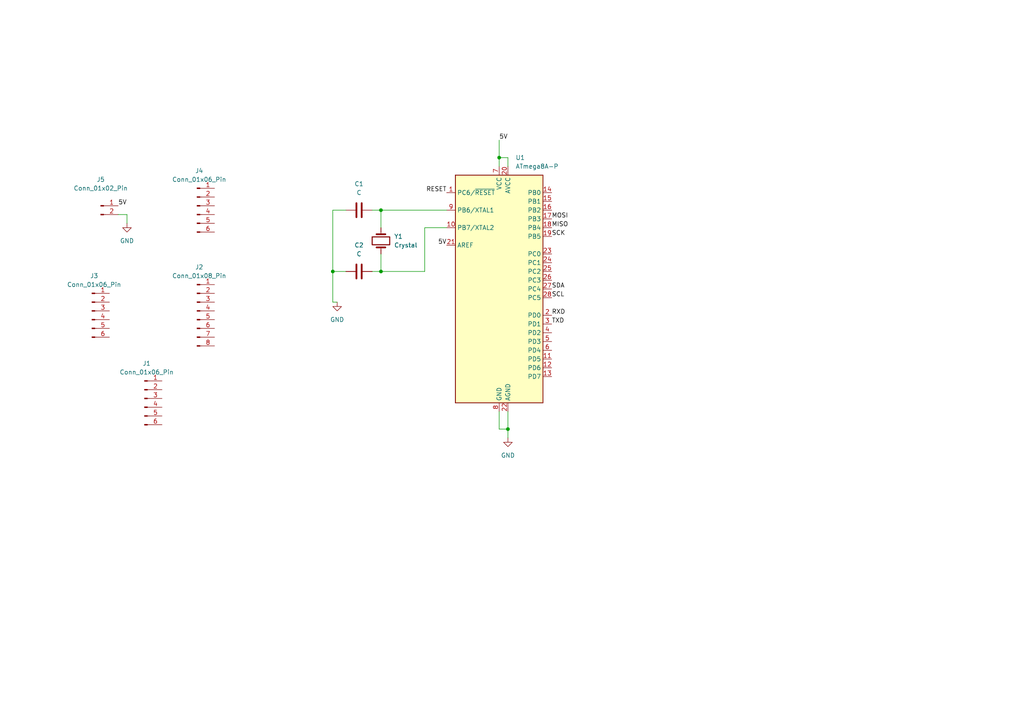
<source format=kicad_sch>
(kicad_sch (version 20230121) (generator eeschema)
  (paper "A4")
  (lib_symbols
    (symbol "Connector:Conn_01x02_Pin" (pin_names (offset 1.016) hide)
      (property "Reference" "J" (at 0 2.54 0))
      (property "Value" "Conn_01x02_Pin" (at 0 -5.08 0))
      (symbol "Conn_01x02_Pin_1_1"
        (polyline (pts (xy 1.27 -2.54) (xy 0.8636 -2.54)) (stroke (width 0.1524)))
        (polyline (pts (xy 1.27 0) (xy 0.8636 0)) (stroke (width 0.1524)))
        (rectangle (start 0.8636 -2.413) (end 0 -2.667) (stroke (width 0.1524)) (fill (type outline)))
        (rectangle (start 0.8636 0.127) (end 0 -0.127) (stroke (width 0.1524)) (fill (type outline)))
        (pin passive line (at 5.08 0 180) (length 3.81) (name "Pin_1") (number "1"))
        (pin passive line (at 5.08 -2.54 180) (length 3.81) (name "Pin_2") (number "2"))
      )
    )
    (symbol "Connector:Conn_01x06_Pin" (pin_names (offset 1.016) hide)
      (property "Reference" "J" (at 0 7.62 0))
      (property "Value" "Conn_01x06_Pin" (at 0 -10.16 0))
      (symbol "Conn_01x06_Pin_1_1"
        (polyline (pts (xy 1.27 -7.62) (xy 0.8636 -7.62)) (stroke (width 0.1524)))
        (polyline (pts (xy 1.27 -5.08) (xy 0.8636 -5.08)) (stroke (width 0.1524)))
        (polyline (pts (xy 1.27 -2.54) (xy 0.8636 -2.54)) (stroke (width 0.1524)))
        (polyline (pts (xy 1.27 0) (xy 0.8636 0)) (stroke (width 0.1524)))
        (polyline (pts (xy 1.27 2.54) (xy 0.8636 2.54)) (stroke (width 0.1524)))
        (polyline (pts (xy 1.27 5.08) (xy 0.8636 5.08)) (stroke (width 0.1524)))
        (rectangle (start 0.8636 -7.493) (end 0 -7.747) (stroke (width 0.1524)) (fill (type outline)))
        (rectangle (start 0.8636 -4.953) (end 0 -5.207) (stroke (width 0.1524)) (fill (type outline)))
        (rectangle (start 0.8636 -2.413) (end 0 -2.667) (stroke (width 0.1524)) (fill (type outline)))
        (rectangle (start 0.8636 0.127) (end 0 -0.127) (stroke (width 0.1524)) (fill (type outline)))
        (rectangle (start 0.8636 2.667) (end 0 2.413) (stroke (width 0.1524)) (fill (type outline)))
        (rectangle (start 0.8636 5.207) (end 0 4.953) (stroke (width 0.1524)) (fill (type outline)))
        (pin passive line (at 5.08 5.08 180) (length 3.81) (name "Pin_1") (number "1"))
        (pin passive line (at 5.08 2.54 180) (length 3.81) (name "Pin_2") (number "2"))
        (pin passive line (at 5.08 0 180) (length 3.81) (name "Pin_3") (number "3"))
        (pin passive line (at 5.08 -2.54 180) (length 3.81) (name "Pin_4") (number "4"))
        (pin passive line (at 5.08 -5.08 180) (length 3.81) (name "Pin_5") (number "5"))
        (pin passive line (at 5.08 -7.62 180) (length 3.81) (name "Pin_6") (number "6"))
      )
    )
    (symbol "Connector:Conn_01x08_Pin" (pin_names (offset 1.016) hide)
      (property "Reference" "J" (at 0 10.16 0))
      (property "Value" "Conn_01x08_Pin" (at 0 -12.7 0))
      (symbol "Conn_01x08_Pin_1_1"
        (polyline (pts (xy 1.27 -10.16) (xy 0.8636 -10.16)) (stroke (width 0.1524)))
        (polyline (pts (xy 1.27 -7.62) (xy 0.8636 -7.62)) (stroke (width 0.1524)))
        (polyline (pts (xy 1.27 -5.08) (xy 0.8636 -5.08)) (stroke (width 0.1524)))
        (polyline (pts (xy 1.27 -2.54) (xy 0.8636 -2.54)) (stroke (width 0.1524)))
        (polyline (pts (xy 1.27 0) (xy 0.8636 0)) (stroke (width 0.1524)))
        (polyline (pts (xy 1.27 2.54) (xy 0.8636 2.54)) (stroke (width 0.1524)))
        (polyline (pts (xy 1.27 5.08) (xy 0.8636 5.08)) (stroke (width 0.1524)))
        (polyline (pts (xy 1.27 7.62) (xy 0.8636 7.62)) (stroke (width 0.1524)))
        (rectangle (start 0.8636 -10.033) (end 0 -10.287) (stroke (width 0.1524)) (fill (type outline)))
        (rectangle (start 0.8636 -7.493) (end 0 -7.747) (stroke (width 0.1524)) (fill (type outline)))
        (rectangle (start 0.8636 -4.953) (end 0 -5.207) (stroke (width 0.1524)) (fill (type outline)))
        (rectangle (start 0.8636 -2.413) (end 0 -2.667) (stroke (width 0.1524)) (fill (type outline)))
        (rectangle (start 0.8636 0.127) (end 0 -0.127) (stroke (width 0.1524)) (fill (type outline)))
        (rectangle (start 0.8636 2.667) (end 0 2.413) (stroke (width 0.1524)) (fill (type outline)))
        (rectangle (start 0.8636 5.207) (end 0 4.953) (stroke (width 0.1524)) (fill (type outline)))
        (rectangle (start 0.8636 7.747) (end 0 7.493) (stroke (width 0.1524)) (fill (type outline)))
        (pin passive line (at 5.08 7.62 180) (length 3.81) (name "Pin_1") (number "1"))
        (pin passive line (at 5.08 5.08 180) (length 3.81) (name "Pin_2") (number "2"))
        (pin passive line (at 5.08 2.54 180) (length 3.81) (name "Pin_3") (number "3"))
        (pin passive line (at 5.08 0 180) (length 3.81) (name "Pin_4") (number "4"))
        (pin passive line (at 5.08 -2.54 180) (length 3.81) (name "Pin_5") (number "5"))
        (pin passive line (at 5.08 -5.08 180) (length 3.81) (name "Pin_6") (number "6"))
        (pin passive line (at 5.08 -7.62 180) (length 3.81) (name "Pin_7") (number "7"))
        (pin passive line (at 5.08 -10.16 180) (length 3.81) (name "Pin_8") (number "8"))
      )
    )
    (symbol "Device:C" (pin_numbers hide) (pin_names (offset 0.254))
      (property "Reference" "C" (at 0.635 2.54 0))
      (property "Value" "C" (at 0.635 -2.54 0))
      (symbol "C_0_1"
        (polyline (pts (xy -2.032 -0.762) (xy 2.032 -0.762)) (stroke (width 0.508)))
        (polyline (pts (xy -2.032 0.762) (xy 2.032 0.762)) (stroke (width 0.508)))
      )
      (symbol "C_1_1"
        (pin passive line (at 0 3.81 270) (length 2.794) (name "~") (number "1"))
        (pin passive line (at 0 -3.81 90) (length 2.794) (name "~") (number "2"))
      )
    )
    (symbol "Device:Crystal" (pin_numbers hide) (pin_names (offset 1.016) hide)
      (property "Reference" "Y" (at 0 3.81 0))
      (property "Value" "Crystal" (at 0 -3.81 0))
      (symbol "Crystal_0_1"
        (rectangle (start -1.143 2.54) (end 1.143 -2.54) (stroke (width 0.3048)))
        (polyline (pts (xy -2.54 0) (xy -1.905 0)))
        (polyline (pts (xy -1.905 -1.27) (xy -1.905 1.27)) (stroke (width 0.508)))
        (polyline (pts (xy 1.905 -1.27) (xy 1.905 1.27)) (stroke (width 0.508)))
        (polyline (pts (xy 2.54 0) (xy 1.905 0)))
      )
      (symbol "Crystal_1_1"
        (pin passive line (at -3.81 0 0) (length 1.27) (name "1") (number "1"))
        (pin passive line (at 3.81 0 180) (length 1.27) (name "2") (number "2"))
      )
    )
    (symbol "MCU_Microchip_ATmega:ATmega8A-P"
      (property "Reference" "U" (at -12.7 34.29 0))
      (property "Value" "ATmega8A-P" (at 5.08 -34.29 0))
      (symbol "ATmega8A-P_0_1"
        (rectangle (start -12.7 -33.02) (end 12.7 33.02) (stroke (width 0.254)) (fill (type background)))
      )
      (symbol "ATmega8A-P_1_1"
        (pin bidirectional line (at -15.24 27.94 0) (length 2.54) (name "PC6/~{RESET}") (number "1"))
        (pin bidirectional line (at -15.24 17.78 0) (length 2.54) (name "PB7/XTAL2") (number "10"))
        (pin bidirectional line (at 15.24 -20.32 180) (length 2.54) (name "PD5") (number "11"))
        (pin bidirectional line (at 15.24 -22.86 180) (length 2.54) (name "PD6") (number "12"))
        (pin bidirectional line (at 15.24 -25.4 180) (length 2.54) (name "PD7") (number "13"))
        (pin bidirectional line (at 15.24 27.94 180) (length 2.54) (name "PB0") (number "14"))
        (pin bidirectional line (at 15.24 25.4 180) (length 2.54) (name "PB1") (number "15"))
        (pin bidirectional line (at 15.24 22.86 180) (length 2.54) (name "PB2") (number "16"))
        (pin bidirectional line (at 15.24 20.32 180) (length 2.54) (name "PB3") (number "17"))
        (pin bidirectional line (at 15.24 17.78 180) (length 2.54) (name "PB4") (number "18"))
        (pin bidirectional line (at 15.24 15.24 180) (length 2.54) (name "PB5") (number "19"))
        (pin bidirectional line (at 15.24 -7.62 180) (length 2.54) (name "PD0") (number "2"))
        (pin power_in line (at 2.54 35.56 270) (length 2.54) (name "AVCC") (number "20"))
        (pin passive line (at -15.24 12.7 0) (length 2.54) (name "AREF") (number "21"))
        (pin power_in line (at 2.54 -35.56 90) (length 2.54) (name "AGND") (number "22"))
        (pin bidirectional line (at 15.24 10.16 180) (length 2.54) (name "PC0") (number "23"))
        (pin bidirectional line (at 15.24 7.62 180) (length 2.54) (name "PC1") (number "24"))
        (pin bidirectional line (at 15.24 5.08 180) (length 2.54) (name "PC2") (number "25"))
        (pin bidirectional line (at 15.24 2.54 180) (length 2.54) (name "PC3") (number "26"))
        (pin bidirectional line (at 15.24 0 180) (length 2.54) (name "PC4") (number "27"))
        (pin bidirectional line (at 15.24 -2.54 180) (length 2.54) (name "PC5") (number "28"))
        (pin bidirectional line (at 15.24 -10.16 180) (length 2.54) (name "PD1") (number "3"))
        (pin bidirectional line (at 15.24 -12.7 180) (length 2.54) (name "PD2") (number "4"))
        (pin bidirectional line (at 15.24 -15.24 180) (length 2.54) (name "PD3") (number "5"))
        (pin bidirectional line (at 15.24 -17.78 180) (length 2.54) (name "PD4") (number "6"))
        (pin power_in line (at 0 35.56 270) (length 2.54) (name "VCC") (number "7"))
        (pin power_in line (at 0 -35.56 90) (length 2.54) (name "GND") (number "8"))
        (pin bidirectional line (at -15.24 22.86 0) (length 2.54) (name "PB6/XTAL1") (number "9"))
      )
    )
    (symbol "power:GND" (power) (pin_names (offset 0))
      (property "Value" "GND" (at 0 -3.81 0))
      (symbol "GND_0_1"
        (polyline (pts (xy 0 0) (xy 0 -1.27) (xy 1.27 -1.27) (xy 0 -2.54) (xy -1.27 -1.27) (xy 0 -1.27)))
      )
      (symbol "GND_1_1"
        (pin power_in line (at 0 0 270) (length 0) hide (name "GND") (number "1"))
      )
    )
  )
  (junction (at 147.32 124.46))
  (junction (at 144.78 45.72))
  (junction (at 110.49 60.96))
  (junction (at 110.49 78.74))
  (junction (at 96.52 78.74))
  (wire (pts (xy 34.29 62.23) (xy 36.83 62.23)))
  (wire (pts (xy 110.49 60.96) (xy 110.49 66.04)))
  (wire (pts (xy 144.78 124.46) (xy 147.32 124.46)))
  (wire (pts (xy 110.49 78.74) (xy 107.95 78.74)))
  (wire (pts (xy 123.19 78.74) (xy 110.49 78.74)))
  (wire (pts (xy 96.52 87.63) (xy 97.79 87.63)))
  (wire (pts (xy 144.78 40.64) (xy 144.78 45.72)))
  (wire (pts (xy 110.49 73.66) (xy 110.49 78.74)))
  (wire (pts (xy 129.54 66.04) (xy 123.19 66.04)))
  (wire (pts (xy 144.78 119.38) (xy 144.78 124.46)))
  (wire (pts (xy 100.33 60.96) (xy 96.52 60.96)))
  (wire (pts (xy 36.83 62.23) (xy 36.83 64.77)))
  (wire (pts (xy 96.52 78.74) (xy 100.33 78.74)))
  (wire (pts (xy 147.32 124.46) (xy 147.32 127)))
  (wire (pts (xy 110.49 60.96) (xy 129.54 60.96)))
  (wire (pts (xy 96.52 60.96) (xy 96.52 78.74)))
  (wire (pts (xy 147.32 48.26) (xy 147.32 45.72)))
  (wire (pts (xy 147.32 119.38) (xy 147.32 124.46)))
  (wire (pts (xy 144.78 45.72) (xy 144.78 48.26)))
  (wire (pts (xy 107.95 60.96) (xy 110.49 60.96)))
  (wire (pts (xy 147.32 45.72) (xy 144.78 45.72)))
  (wire (pts (xy 96.52 78.74) (xy 96.52 87.63)))
  (wire (pts (xy 123.19 66.04) (xy 123.19 78.74)))
  (label "RXD" (at 160.02 91.44 0))
  (label "5V" (at 129.54 71.12 180))
  (label "TXD" (at 160.02 93.98 0))
  (label "SCK" (at 160.02 68.58 0))
  (label "SCL" (at 160.02 86.36 0))
  (label "SDA" (at 160.02 83.82 0))
  (label "RESET" (at 129.54 55.88 180))
  (label "MOSI" (at 160.02 63.5 0))
  (label "5V" (at 144.78 40.64 0))
  (label "MISO" (at 160.02 66.04 0))
  (label "5V" (at 34.29 59.69 0))
  (symbol (lib_id "power:GND") (at 97.79 87.63 0) (unit 1)
    (property "Reference" "#PWR03" (effects hide))
    (property "Value" "GND" (at 97.79 92.71 0))
  )
  (symbol (lib_id "Connector:Conn_01x06_Pin") (at 26.67 90.17 0) (unit 1)
    (property "Reference" "J3" (at 27.305 80.01 0))
    (property "Value" "Conn_01x06_Pin" (at 27.305 82.55 0))
  )
  (symbol (lib_id "Connector:Conn_01x08_Pin") (at 57.15 90.17 0) (unit 1)
    (property "Reference" "J2" (at 57.785 77.47 0))
    (property "Value" "Conn_01x08_Pin" (at 57.785 80.01 0))
  )
  (symbol (lib_id "Device:Crystal") (at 110.49 69.85 90) (unit 1)
    (property "Reference" "Y1" (at 114.3 68.58 90) (effects (justify right)))
    (property "Value" "Crystal" (at 114.3 71.12 90) (effects (justify right)))
  )
  (symbol (lib_id "Connector:Conn_01x02_Pin") (at 29.21 59.69 0) (unit 1)
    (property "Reference" "J5" (at 29.21 52.07 0))
    (property "Value" "Conn_01x02_Pin" (at 29.21 54.61 0))
  )
  (symbol (lib_id "Device:C") (at 104.14 60.96 90) (unit 1)
    (property "Reference" "C1" (at 104.14 53.34 90))
    (property "Value" "C" (at 104.14 55.88 90))
  )
  (symbol (lib_id "MCU_Microchip_ATmega:ATmega8A-P") (at 144.78 83.82 0) (unit 1)
    (property "Reference" "U1" (at 149.5141 45.72 0) (effects (justify left)))
    (property "Value" "ATmega8A-P" (at 149.5141 48.26 0) (effects (justify left)))
    (property "Footprint" "Package_DIP:DIP-28_W7.62mm" (effects hide))
    (property "Datasheet" "http://ww1.microchip.com/downloads/en/DeviceDoc/Microchip%208bit%20mcu%20AVR%20ATmega8A%20data%20sheet%2040001974A.pdf" (effects hide))
  )
  (symbol (lib_id "Device:C") (at 104.14 78.74 90) (unit 1)
    (property "Reference" "C2" (at 104.14 71.12 90))
    (property "Value" "C" (at 104.14 73.66 90))
  )
  (symbol (lib_id "Connector:Conn_01x06_Pin") (at 41.91 115.57 0) (unit 1)
    (property "Reference" "J1" (at 42.545 105.41 0))
    (property "Value" "Conn_01x06_Pin" (at 42.545 107.95 0))
  )
  (symbol (lib_id "Connector:Conn_01x06_Pin") (at 57.15 59.69 0) (unit 1)
    (property "Reference" "J4" (at 57.785 49.53 0))
    (property "Value" "Conn_01x06_Pin" (at 57.785 52.07 0))
  )
  (symbol (lib_id "power:GND") (at 36.83 64.77 0) (unit 1)
    (property "Reference" "#PWR02" (effects hide))
    (property "Value" "GND" (at 36.83 69.85 0))
  )
  (symbol (lib_id "power:GND") (at 147.32 127 0) (unit 1)
    (property "Reference" "#PWR01" (effects hide))
    (property "Value" "GND" (at 147.32 132.08 0))
  )
)
</source>
